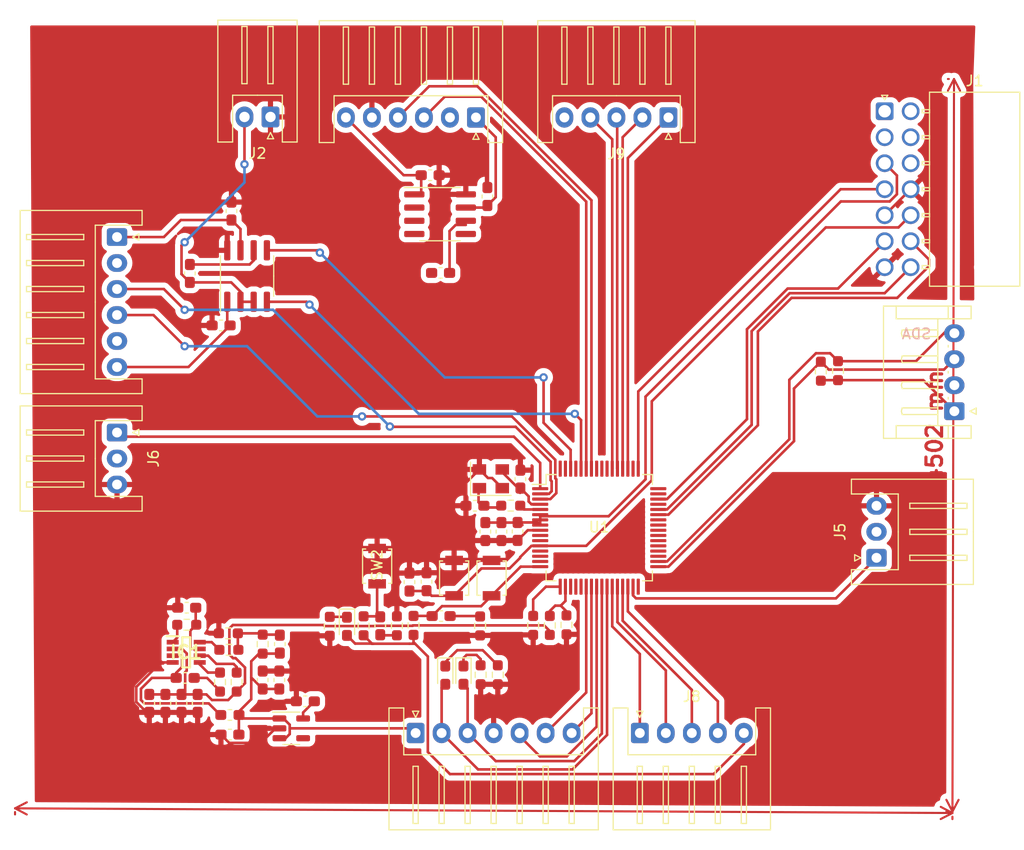
<source format=kicad_pcb>
(kicad_pcb (version 20221018) (generator pcbnew)
  (layers (0 "F.Cu" signal) (1 "In1.Cu" power) (2 "In2.Cu" signal) (31 "B.Cu" signal) (34 "B.Paste" user) (35 "F.Paste" user) (36 "B.SilkS" user "B.Silkscreen") (37 "F.SilkS" user "F.Silkscreen") (38 "B.Mask" user) (39 "F.Mask" user) (44 "Edge.Cuts" user))
  (net 0 "")
  (net 1 "GND")
  (net 2 "/STM32/Quartz 1")
  (net 3 "Net-(C2-Pad2)")
  (net 4 "NRST")
  (net 5 "+3.3V")
  (net 6 "Demarrage")
  (net 7 "Net-(C10-Pad2)")
  (net 8 "7.2V")
  (net 9 "Net-(C14-Pad1)")
  (net 10 "+5V")
  (net 11 "U1OUT1")
  (net 12 "U1OUT2")
  (net 13 "U2OUT1")
  (net 14 "U2OUT2")
  (net 15 "User")
  (net 16 "Net-(C26-Pad2)")
  (net 17 "Rx UART LID")
  (net 18 "Tx UART LID")
  (net 19 "SCL ACC")
  (net 20 "SDA ACC")
  (net 21 "SWDIO")
  (net 22 "SWCLK")
  (net 23 "UART2_RX")
  (net 24 "UART2_TX")
  (net 25 "Int Acc")
  (net 26 "I2A Ad Sel")
  (net 27 "M_SCTR")
  (net 28 "DEV_EN")
  (net 29 "M_EN")
  (net 30 "OUT_IR1")
  (net 31 "OUT_IR2")
  (net 32 "Buzzer_In")
  (net 33 "OUT_Contact4")
  (net 34 "OUT_Contact3")
  (net 35 "OUT_Contact2")
  (net 36 "OUT_Contact1")
  (net 37 "OUT_Contact8")
  (net 38 "OUT_Contact7")
  (net 39 "OUT_Contact6")
  (net 40 "OUT_Contact5")
  (net 41 "ENCODER1")
  (net 42 "ENCODER2")
  (net 43 "ENCODER3")
  (net 44 "ENCODER4")
  (net 45 "ADC1")
  (net 46 "ADC2")
  (net 47 "PWM4")
  (net 49 "PWM1")
  (net 50 "PWM2")
  (net 60 "PWM3")
  (net 79 "Lidar_M_SCTR")
  (net 80 "Lidar_Mot_EN")
  (net 81 "/STM32/Quartz 2")
  (net 83 "/Moteur/Vref Driver")
  (net 84 "Net-(IC1-VCC)")
  (net 85 "Net-(IC1-SW)")
  (net 86 "Net-(C17-Pad1)")
  (net 87 "Net-(D1-K)")
  (net 88 "Net-(D2-K)")
  (net 89 "Net-(D3-K)")
  (net 90 "Net-(IC1-PG)")
  (net 91 "Net-(IC1-BST)")
  (net 92 "Net-(IC1-EN{slash}SYNC)")
  (net 93 "Net-(IC1-FB)")
  (footprint "Resistor_SMD:R_0603_1608Metric_Pad0.98x0.95mm_HandSolder" (layer "F.Cu") (at 100.75 111.2)
    (fp_text reference "R8" hide)
    (fp_text value "16k" hide)
  )
  (footprint "Resistor_SMD:R_0603_1608Metric_Pad0.98x0.95mm_HandSolder" (layer "F.Cu") (at 157.65 84.4 -90)
    (fp_text reference "R13" hide)
    (fp_text value "1000" hide)
  )
  (footprint "Capacitor_SMD:C_0603_1608Metric_Pad1.08x0.95mm_HandSolder" (layer "F.Cu") (at 126.95 99.825 90)
    (fp_text reference "C6" hide)
    (fp_text value "4,7 µF" hide)
  )
  (footprint "Resistor_SMD:R_0603_1608Metric_Pad0.98x0.95mm_HandSolder" (layer "F.Cu") (at 159.3 84.35 -90)
    (fp_text reference "R14" hide)
    (fp_text value "1000" hide)
  )
  (footprint "Capacitor_SMD:C_0603_1608Metric_Pad1.08x0.95mm_HandSolder" (layer "F.Cu") (at 108.1 116.15 180)
    (fp_text reference "C19" hide)
    (fp_text value "1uF/10V" hide)
  )
  (footprint "Capacitor_SMD:C_0603_1608Metric_Pad1.08x0.95mm_HandSolder" (layer "F.Cu") (at 125.6 67.6 90)
    (fp_text reference "C22" hide)
    (fp_text value "1µf" hide)
  )
  (footprint "Package_TO_SOT_SMD:SOT-23-5" (layer "F.Cu") (at 106.75 118.75)
    (fp_text reference "U2" hide)
    (fp_text value "MIC5317-3.3xM5" hide)
  )
  (footprint "Resistor_SMD:R_0603_1608Metric_Pad0.98x0.95mm_HandSolder" (layer "F.Cu") (at 100.7 109.6125 180)
    (fp_text reference "R9" hide)
    (fp_text value "7.68k" hide)
  )
  (footprint "Connector_JST:JST_XH_S2B-XH-A_1x02_P2.50mm_Horizontal" (layer "F.Cu") (at 104.75 59.95 180)
    (fp_text reference "J2")
    (fp_text value "Conn_01x02")
  )
  (footprint "Capacitor_SMD:C_0603_1608Metric_Pad1.08x0.95mm_HandSolder" (layer "F.Cu") (at 121.15 107.95)
    (fp_text reference "C10" hide)
    (fp_text value "100nF" hide)
  )
  (footprint "Connector_JST:JST_EH_S4B-EH_1x04_P2.50mm_Horizontal" (layer "F.Cu") (at 170.4825 88.25 90)
    (fp_text reference "J4" hide)
    (fp_text value "Conn_01x04")
  )
  (footprint "Connector_Molex:Molex_Nano-Fit_105314-xx14_2x07_P2.50mm_Horizontal" (layer "F.Cu") (at 163.785 59.4)
    (fp_text reference "J1")
    (fp_text value "Conn_02x07_Odd_Even" hide)
  )
  (footprint "Button_Switch_SMD:SW_SPST_B3U-1000P" (layer "F.Cu") (at 122.4 104.3 90)
    (fp_text reference "SW3" hide)
    (fp_text value "SW_Omron_B3FS" hide)
  )
  (footprint "Capacitor_SMD:C_0603_1608Metric_Pad1.08x0.95mm_HandSolder" (layer "F.Cu") (at 121.1 74.95)
    (fp_text reference "C27" hide)
    (fp_text value "100n" hide)
  )
  (footprint "Capacitor_SMD:C_0603_1608Metric_Pad1.08x0.95mm_HandSolder" (layer "F.Cu") (at 93.1 116.35 90)
    (fp_text reference "C23" hide)
    (fp_text value "1µf" hide)
  )
  (footprint "Capacitor_SMD:C_0603_1608Metric_Pad1.08x0.95mm_HandSolder" (layer "F.Cu") (at 96.2 116.35 -90)
    (fp_text reference "C11" hide)
    (fp_text value "22uF" hide)
  )
  (footprint "Capacitor_SMD:C_0603_1608Metric_Pad1.08x0.95mm_HandSolder" (layer "F.Cu") (at 101 69 90)
    (fp_text reference "C25" hide)
    (fp_text value "1µf" hide)
  )
  (footprint "Resistor_SMD:R_0603_1608Metric_Pad0.98x0.95mm_HandSolder" (layer "F.Cu") (at 104 110.65 -90)
    (fp_text reference "R10" hide)
    (fp_text value "40.2k" hide)
  )
  (footprint "LED_SMD:LED_0603_1608Metric_Pad1.05x0.95mm_HandSolder" (layer "F.Cu") (at 123.3 113.63125 -90)
    (fp_text reference "D2" hide)
    (fp_text value "LED_Small" hide)
  )
  (footprint "Resistor_SMD:R_0603_1608Metric_Pad0.98x0.95mm_HandSolder" (layer "F.Cu") (at 99.9 114.3 90)
    (fp_text reference "R7" hide)
    (fp_text value "20" hide)
  )
  (footprint "Resistor_SMD:R_0603_1608Metric_Pad0.98x0.95mm_HandSolder" (layer "F.Cu") (at 118.5 108.85 90)
    (fp_text reference "R4" hide)
    (fp_text value "4.7K" hide)
  )
  (footprint "Resistor_SMD:R_0603_1608Metric_Pad0.98x0.95mm_HandSolder" (layer "F.Cu") (at 124.95 113.6 -90)
    (fp_text reference "R11" hide)
    (fp_text value "1000" hide)
  )
  (footprint "Connector_JST:JST_XH_S7B-XH-A_1x07_P2.50mm_Horizontal" (layer "F.Cu") (at 118.7 119.2)
    (fp_text reference "J12" hide)
    (fp_text value "Conn_01x07")
  )
  (footprint "Resistor_SMD:R_0603_1608Metric_Pad0.98x0.95mm_HandSolder" (layer "F.Cu") (at 130 108.85 -90)
    (fp_text reference "R15" hide)
    (fp_text value "0.5" hide)
  )
  (footprint "Capacitor_SMD:C_0603_1608Metric_Pad1.08x0.95mm_HandSolder" (layer "F.Cu") (at 128.5 99.8125 90)
    (fp_text reference "C5" hide)
    (fp_text value "100 nF" hide)
  )
  (footprint "Resistor_SMD:R_0603_1608Metric_Pad0.98x0.95mm_HandSolder" (layer "F.Cu") (at 127.84 97.33 180)
    (fp_text reference "R1" hide)
    (fp_text value "10R" hide)
  )
  (footprint "Connector_JST:JST_XH_S5B-XH-A_1x05_P2.50mm_Horizontal" (layer "F.Cu") (at 143 60 180)
    (fp_text reference "J9")
    (fp_text value "Conn_01x05")
  )
  (footprint "Capacitor_SMD:C_0603_1608Metric_Pad1.08x0.95mm_HandSolder" (layer "F.Cu") (at 128.77 94.78 -90)
    (fp_text reference "C1" hide)
    (fp_text value "10pF" hide)
  )
  (footprint "Resistor_SMD:R_0603_1608Metric_Pad0.98x0.95mm_HandSolder" (layer "F.Cu") (at 110.45 108.9375 -90)
    (fp_text reference "R2" hide)
    (fp_text value "1k" hide)
  )
  (footprint "Resistor_SMD:R_0603_1608Metric_Pad0.98x0.95mm_HandSolder" (layer "F.Cu") (at 96.7 108.7875 180)
    (fp_text reference "R6" hide)
    (fp_text value "100k" hide)
  )
  (footprint "Capacitor_SMD:C_0603_1608Metric_Pad1.08x0.95mm_HandSolder" (layer "F.Cu") (at 105.65 110.65 -90)
    (fp_text reference "C17" hide)
    (fp_text value "15pF" hide)
  )
  (footprint "Button_Switch_SMD:SW_SPST_B3U-1000P" (layer "F.Cu") (at 115 103.15 -90)
    (fp_text reference "SW2")
    (fp_text value "SW_Omron_B3FS" hide)
  )
  (footprint "Connector_JST:JST_XH_S6B-XH-A_1x06_P2.50mm_Horizontal" (layer "F.Cu") (at 90 71.5 -90)
    (fp_text reference "J11" hide)
    (fp_text value "Conn_01x06")
  )
  (footprint "Resistor_SMD:R_0603_1608Metric_Pad0.98x0.95mm_HandSolder" (layer "F.Cu") (at 133.2 108.8 -90)
    (fp_text reference "R20" hide)
    (fp_text value "0.5" hide)
  )
  (footprint "Capacitor_SMD:C_0603_1608Metric_Pad1.08x0.95mm_HandSolder" (layer "F.Cu") (at 96.55 113.9 180)
    (fp_text reference "C14" hide)
    (fp_text value "0.1uF" hide)
  )
  (footprint "LED_SMD:LED_0603_1608Metric_Pad1.05x0.95mm_HandSolder" (layer "F.Cu") (at 121.55 113.6375 -90)
    (fp_text reference "D3" hide)
    (fp_text value "LED_Small" hide)
  )
  (footprint "Resistor_SMD:R_0603_1608Metric_Pad0.98x0.95mm_HandSolder" (layer "F.Cu") (at 113.7 108.8875 90)
    (fp_text reference "R19" hide)
    (fp_text value "4.7K" hide)
  )
  (footprint "Capacitor_SMD:C_0603_1608Metric_Pad1.08x0.95mm_HandSolder" (layer "F.Cu") (at 119.75 104.65 -90)
    (fp_text reference "C3" hide)
    (fp_text value "1 µF" hide)
  )
  (footprint "Capacitor_SMD:C_0603_1608Metric_Pad1.08x0.95mm_HandSolder" (layer "F.Cu") (at 125.4 99.825 90)
    (fp_text reference "C4" hide)
    (fp_text value "100 nF" hide)
  )
  (footprint "Connector_JST:JST_XH_S5B-XH-A_1x05_P2.50mm_Horizontal" (layer "F.Cu") (at 140.25 119.2)
    (fp_text reference "J8")
    (fp_text value "Conn_01x05")
  )
  (footprint "Resistor_SMD:R_0603_1608Metric_Pad0.98x0.95mm_HandSolder" (layer "F.Cu") (at 126.6 113.6 -90)
    (fp_text reference "R12" hide)
    (fp_text value "1000" hide)
  )
  (footprint "Capacitor_SMD:C_0603_1608Metric_Pad1.08x0.95mm_HandSolder" (layer "F.Cu") (at 100.85 119.35 180)
    (fp_text reference "C18" hide)
    (fp_text value "1uF/10V" hide)
  )
  (footprint "Capacitor_SMD:C_0603_1608Metric_Pad1.08x0.95mm_HandSolder" (layer "F.Cu") (at 100 80)
    (fp_text reference "C24" hide)
    (fp_text value "1µf" hide)
  )
  (footprint "Capacitor_SMD:C_0603_1608Metric_Pad1.08x0.95mm_HandSolder" (layer "F.Cu") (at 94.65 116.35 90)
    (fp_text reference "C20" hide)
    (fp_text value "1µf" hide)
  )
  (footprint "Package_SO:SOIC-8_3.9x4.9mm_P1.27mm" (layer "F.Cu") (at 102.5 75.25 90)
    (fp_text reference "U4" hide)
    (fp_text value "ZXBM5210-S" hide)
  )
  (footprint "Crystal:Crystal_SMD_EuroQuartz_MT-4Pin_3.2x2.5mm" (layer "F.Cu") (at 125.93 94.75)
    (fp_text reference "Y1" hide)
    (fp_text value "16MHz" hide)
  )
  (footprint "Capacitor_SMD:C_0603_1608Metric_Pad1.08x0.95mm_HandSolder" (layer "F.Cu") (at 105.6 114.1 90)
    (fp_text reference "C16" hide)
    (fp_text value "22uF" hide)
  )
  (footprint "Connector_JST:JST_XH_S3B-XH-A_1x03_P2.50mm_Horizontal" (layer "F.Cu") (at 90 90.3 -90)
    (fp_text reference "J6")
    (fp_text value "Conn_01x03")
  )
  (footprint "Capacitor_SMD:C_0603_1608Metric_Pad1.08x0.95mm_HandSolder" (layer "F.Cu") (at 120.1 65.55 180)
    (fp_text reference "C21" hide)
    (fp_text value "1µf" hide)
  )
  (footprint "Resistor_SMD:R_0603_1608Metric_Pad0.98x0.95mm_HandSolder" (layer "F.Cu") (at 124.9 108.9 -90)
    (fp_text reference "R3" hide)
    (fp_text value "100" hide)
  )
  (footprint "Capacitor_SMD:C_0603_1608Metric_Pad1.08x0.95mm_HandSolder" (layer "F.Cu") (at 118.11 104.68 -90)
    (fp_text reference "C9" hide)
    (fp_text value "100nF" hide)
  )
  (footprint "Capacitor_SMD:C_0603_1608Metric_Pad1.08x0.95mm_HandSolder" (layer "F.Cu") (at 115.3 108.8875 -90)
    (fp_text reference "C26" hide)
    (fp_text value "100nF" hide)
  )
  (footprint "LED_SMD:LED_0603_1608Metric_Pad1.05x0.95mm_HandSolder" (layer "F.Cu") (at 112.1 108.9375 -90)
    (fp_text reference "D1" hide)
    (fp_text value "GREEN" hide)
  )
  (footprint "Capacitor_SMD:C_0603_1608Metric_Pad1.08x0.95mm_HandSolder" (layer "F.Cu") (at 96.7 107.15 180)
    (fp_text reference "C13" hide)
    (fp_text value "0.1uF" hide)
  )
  (footprint "Capacitor_SMD:C_0603_1608Metric_Pad1.08x0.95mm_HandSolder" (layer "F.Cu") (at 104 114.1 90)
    (fp_text reference "C15" hide)
    (fp_text value "22uF" hide)
  )
  (footprint "Capacitor_SMD:C_0603_1608Metric_Pad1.08x0.95mm_HandSolder" (layer "F.Cu") (at 97 75 90)
    (fp_text reference "C28" hide)
    (fp_text value "100n" hide)
  )
  (footprint "Resistor_SMD:R_0603_1608Metric_Pad0.98x0.95mm_HandSolder" (layer "F.Cu") (at 116.9 108.8875 90)
    (fp_text reference "R18" hide)
    (fp_text value "100" hide)
  )
  (footprint "Resistor_SMD:R_0603_1608Metric_Pad0.98x0.95mm_HandSolder" (layer "F.Cu") (at 131.6 108.85 90)
    (fp_text reference "R16" hide)
    (fp_text value "0.5" hide)
  )
  (footprint "Connector_JST:JST_XH_S3B-XH-A_1x03_P2.50mm_Horizontal" (layer "F.Cu") (at 163 102.35 90)
    (fp_text reference "J5")
    (fp_text value "Conn_01x03")
  )
  (footprint "Inductor_SMD:L_0603_1608Metric_Pad1.05x0.95mm_HandSolder" (layer "F.Cu") (at 100.85 117.4625)
    (fp_text reference "L2" hide)
    (fp_text value "4.7uH" hide)
  )
  (footprint "Package_SO:SOIC-8_3.9x4.9mm_P1.27mm" (layer "F.Cu") (at 121.05 69.3)
    (fp_text reference "U3" hide)
    (fp_text value "ZXBM5210-S" hide)
  )
  (footprint "Capacitor_SMD:C_0603_1608Metric_Pad1.08x0.95mm_HandSolder" (layer "F.Cu") (at 124.4 97.34)
    (fp_text reference "C2" hide)
    (fp_text value "10pF" hide)
  )
  (footprint "KiCad:SOT65P280X100-8N" (layer "F.Cu") (at 96.65 111.4375)
    (fp_text reference "IC1")
    (fp_text value "MP1475" hide)
  )
  (footprint "Connector_JST:JST_XH_S6B-XH-A_1x06_P2.50mm_Horizontal" (layer "F.Cu") (at 124.5 60 180)
    (fp_text reference "J10" hide)
    (fp_text value "Conn_01x06")
  )
  (footprint "Capacitor_SMD:C_0603_1608Metric_Pad1.08x0.95mm_HandSolder" (layer "F.Cu") (at 97.75 116.35 -90)
    (fp_text reference "C12" hide)
    (fp_text value "22uF" hide)
  )
  (footprint "Package_QFP:LQFP-64_10x10mm_P0.5mm" (layer "F.Cu") (at 136.35 99.45)
    (fp_text reference "U1")
    (fp_text value "STM32G070RBTx" hide)
  )
  (footprint "Resistor_SMD:R_0603_1608Metric_Pad0.98x0.95mm_HandSolder" (layer "F.Cu") (at 101.5 114.3 90)
    (fp_text reference "R5" hide)
    (fp_text value "1OOk" hide)
  )
  (footprint "Button_Switch_SMD:SW_SPST_B3U-1000P" (layer "F.Cu") (at 126 104.3 -90)
    (fp_text reference "SW1" hide)
    (fp_text value "SW_DIP_x01" hide)
  )
  (gr_text "SDA" (at 168.35 81.4) (layer "B.SilkS") (effects (font (size 1 1)) (justify left bottom mirror)))
  (dimension (type aligned) (layer "F.Cu") (pts (xy 170.3 126.75) (xy 170.45 56.3)) (height 0) (gr_text "70,4502 mm" (at 168.575004 91.521168 89.87800775) (layer "F.Cu") (effects (font (size 1.5 1.5) (thickness 0.3)))) (format (prefix "") (suffix "") (units 3) (units_format 1) (precision 4)) (style (thickness 0.2) (arrow_length 1.27) (text_position_mode 0) (extension_height 0.58642) (extension_offset 0.5) keep_text_aligned))
  (dimension (type aligned) (layer "F.Cu") (pts (xy 80.2 126.3) (xy 170.3 126.75)) (height 0.142339) (gr_text "90,1011 mm" (at 125.258279 124.867359 359.7138414) (layer "F.Cu") (effects (font (size 1.5 1.5) (thickness 0.3)))) (format (prefix "") (suffix "") (units 3) (units_format 1) (precision 4)) (style (thickness 0.2) (arrow_length 1.27) (text_position_mode 0) (extension_height 0.58642) (extension_offset 0.5) keep_text_aligned))
  (segment (start 123.5375 95.1425) (end 124.83 93.85) (width 0.25) (layer "F.Cu") (net 1))
  (segment (start 125.655 94.675) (end 126.055 94.675) (width 0.25) (layer "F.Cu") (net 1))
  (segment (start 105.6125 118.75) (end 105.228249 118.75) (width 0.25) (layer "F.Cu") (net 1))
  (segment (start 121.28 65.55) (end 120.9625 65.55) (width 0.25) (layer "F.Cu") (net 1))
  (segment (start 124.83 93.85) (end 125.655 94.675) (width 0.25) (layer "F.Cu") (net 1))
  (segment (start 91.85 116.206891) (end 91.85 114.763604) (width 0.25) (layer "F.Cu") (net 1))
  (segment (start 94.201104 112.4125) (end 95.35 112.4125) (width 0.25) (layer "F.Cu") (net 1))
  (segment (start 123.5375 97.34) (end 123.5375 95.1425) (width 0.25) (layer "F.Cu") (net 1))
  (segment (start 97.75 117.2125) (end 97.85 117.2125) (width 0.25) (layer "F.Cu") (net 1))
  (segment (start 129.475 99.7) (end 128.5 100.675) (width 0.25) (layer "F.Cu") (net 1))
  (segment (start 100.7875 120.15) (end 99.9875 119.35) (width 0.25) (layer "F.Cu") (net 1))
  (segment (start 126.055 94.675) (end 127.03 95.65) (width 0.25) (layer "F.Cu") (net 1))
  (segment (start 105.228249 118.75) (end 103.828249 120.15) (width 0.25) (layer "F.Cu") (net 1))
  (segment (start 93.1 117.2125) (end 92.855609 117.2125) (width 0.25) (layer "F.Cu") (net 1))
  (segment (start 92.855609 117.2125) (end 91.85 116.206891) (width 0.25) (layer "F.Cu") (net 1))
  (segment (start 91.85 114.763604) (end 94.201104 112.4125) (width 0.25) (layer "F.Cu") (net 1))
  (segment (start 163.785 69.4) (end 166.285 66.9) (width 0.25) (layer "F.Cu") (net 1))
  (segment (start 103.828249 120.15) (end 100.7875 120.15) (width 0.25) (layer "F.Cu") (net 1))
  (segment (start 130.675 99.7) (end 129.475 99.7) (width 0.25) (layer "F.Cu") (net 1))
  (segment (start 129.565 96.930685) (end 129.565 96.4375) (width 0.25) (layer "F.Cu") (net 2))
  (segment (start 128.74 96.105685) (end 128.74 95.89) (width 0.25) (layer "F.Cu") (net 2))
  (segment (start 129.565 96.4375) (end 128.77 95.6425) (width 0.25) (layer "F.Cu") (net 2))
  (segment (start 130.675 97.2) (end 129.834315 97.2) (width 0.25) (layer "F.Cu") (net 2))
  (segment (start 128.74 95.83) (end 126.95 94.04) (width 0.25) (layer "F.Cu") (net 2))
  (segment (start 129.834315 97.2) (end 129.565 96.930685) (width 0.25) (layer "F.Cu") (net 2))
  (segment (start 128.74 95.89) (end 128.74 95.83) (width 0.25) (layer "F.Cu") (net 2))
  (segment (start 125.2525 97.51) (end 125.2425 97.5) (width 0.25) (layer "F.Cu") (net 3))
  (segment (start 126.9175 97.51) (end 125.2525 97.51) (width 0.25) (layer "F.Cu") (net 3))
  (segment (start 124.75 97.0075) (end 125.2425 97.5) (width 0.25) (layer "F.Cu") (net 3))
  (segment (start 124.75 95.84) (end 124.75 97.0075) (width 0.25) (layer "F.Cu") (net 3))
  (segment (start 141.4 87.3) (end 141.4 94.9) (width 0.25) (layer "F.Cu") (net 4))
  (segment (start 120.2375 106) (end 119.75 105.5125) (width 0.25) (layer "F.Cu") (net 4))
  (segment (start 118.11 105.5425) (end 119.72 105.5425) (width 0.25) (layer "F.Cu") (net 4))
  (segment (start 127.725 103.375) (end 125.025 103.375) (width 0.25) (layer "F.Cu") (net 4))
  (segment (start 135.1 101.2) (end 130.675 101.2) (width 0.25) (layer "F.Cu") (net 4))
  (segment (start 166.285 69.4) (end 165.11 70.575) (width 0.25) (layer "F.Cu") (net 4))
  (segment (start 128.75 102.284314) (end 128.75 102.35) (width 0.25) (layer "F.Cu") (net 4))
  (segment (start 130.675 101.2) (end 129.834314 101.2) (width 0.25) (layer "F.Cu") (net 4))
  (segment (start 119.72 105.5425) (end 119.75 105.5125) (width 0.25) (layer "F.Cu") (net 4))
  (segment (start 129.834314 101.2) (end 128.75 102.284314) (width 0.25) (layer "F.Cu") (net 4))
  (segment (start 125.025 103.375) (end 122.4 106) (width 0.25) (layer "F.Cu") (net 4))
  (segment (start 122.4 106) (end 120.2375 106) (width 0.25) (layer "F.Cu") (net 4))
  (segment (start 165.11 70.575) (end 158.125 70.575) (width 0.25) (layer "F.Cu") (net 4))
  (segment (start 128.75 102.35) (end 127.725 103.375) (width 0.25) (layer "F.Cu") (net 4))
  (segment (start 158.125 70.575) (end 141.4 87.3) (width 0.25) (layer "F.Cu") (net 4))
  (segment (start 141.4 94.9) (end 135.1 101.2) (width 0.25) (layer "F.Cu") (net 4))
  (segment (start 130.675 99.2) (end 130.675 98.7) (width 0.25) (layer "F.Cu") (net 5))
  (segment (start 122 123.15) (end 119.875 121.025) (width 0.25) (layer "F.Cu") (net 5))
  (segment (start 118.5 110.4625) (end 118.65 110.6125) (width 0.25) (layer "F.Cu") (net 5))
  (segment (start 130.425 98.95) (end 130.675 99.2) (width 0.25) (layer "F.Cu") (net 5))
  (segment (start 128.9625 99.2) (end 128.7425 98.98) (width 0.25) (layer "F.Cu") (net 5))
  (segment (start 140.8 94.8) (end 137.25 98.35) (width 0.25) (layer "F.Cu") (net 5))
  (segment (start 125.4 98.9625) (end 126.95 98.9625) (width 0.25) (layer "F.Cu") (net 5))
  (segment (start 163.785 64.4) (end 163.85 64.4) (width 0.25) (layer "F.Cu") (net 5))
  (segment (start 137.25 98.35) (end 130.675 98.35) (width 0.25) (layer "F.Cu") (net 5))
  (segment (start 147.35 123.15) (end 122 123.15) (width 0.25) (layer "F.Cu") (net 5))
  (segment (start 140.8 86.85) (end 140.8 94.8) (width 0.25) (layer "F.Cu") (net 5))
  (segment (start 107.8875 117.8) (end 107.8875 117.225) (width 0.25) (layer "F.Cu") (net 5))
  (segment (start 130.675 98.7) (end 130.675 98.35) (width 0.25) (layer "F.Cu") (net 5))
  (segment (start 114.5125 110.6125) (end 114.65 110.6125) (width 0.25) (layer "F.Cu") (net 5))
  (segment (start 150.25 120.25) (end 147.35 123.15) (width 0.25) (layer "F.Cu") (net 5))
  (segment (start 163.785 64.4) (end 164.96 65.575) (width 0.25) (layer "F.Cu") (net 5))
  (segment (start 159.3 85.2625) (end 157.7 85.2625) (width 0.25) (layer "F.Cu") (net 5))
  (segment (start 157.7 85.2625) (end 157.65 85.3125) (width 0.25) (layer "F.Cu") (net 5))
  (segment (start 128.5 98.95) (end 130.425 98.95) (width 0.25) (layer "F.Cu") (net 5))
  (segment (start 128.6225 99.1) (end 128.7425 98.98) (width 0.25) (layer "F.Cu") (net 5))
  (segment (start 114.65 110.6125) (end 118.1 110.6125) (width 0.25) (layer "F.Cu") (net 5))
  (segment (start 130.675 98.35) (end 130.675 98.2) (width 0.25) (layer "F.Cu") (net 5))
  (segment (start 164.271701 68.075) (end 159.575 68.075) (width 0.25) (layer "F.Cu") (net 5))
  (segment (start 163.85 64.4) (end 163.95 64.3) (width 0.25) (layer "F.Cu") (net 5))
  (segment (start 164.96 65.575) (end 164.96 67.386701) (width 0.25) (layer "F.Cu") (net 5))
  (segment (start 164.96 67.386701) (end 164.271701 68.075) (width 0.25) (layer "F.Cu") (net 5))
  (segment (start 107.8875 117.225) (end 108.9625 116.15) (width 0.25) (layer "F.Cu") (net 5))
  (segment (start 167.495 85.2625) (end 170.4825 88.25) (width 0.25) (layer "F.Cu") (net 5))
  (segment (start 119.875 111.8375) (end 118.65 110.6125) (width 0.25) (layer "F.Cu") (net 5))
  (segment (start 118.5 109.7625) (end 118.5 110.4625) (width 0.25) (layer "F.Cu") (net 5))
  (segment (start 159.3 85.2625) (end 167.495 85.2625) (width 0.25) (layer "F.Cu") (net 5))
  (segment (start 119.875 121.025) (end 119.875 111.8375) (width 0.25) (layer "F.Cu") (net 5))
  (segment (start 150.25 119.2) (end 150.25 120.25) (width 0.25) (layer "F.Cu") (net 5))
  (segment (start 113.7 109.8) (end 114.5125 110.6125) (width 0.25) (layer "F.Cu") (net 5))
  (segment (start 128.4875 98.9625) (end 128.5 98.95) (width 0.25) (layer "F.Cu") (net 5))
  (segment (start 126.95 98.9625) (end 128.4875 98.9625) (width 0.25) (layer "F.Cu") (net 5))
  (segment (start 114.5 110.6) (end 114.5125 110.6125) (width 0.25) (layer "F.Cu") (net 5))
  (segment (start 118.1 110.6125) (end 118.65 110.6125) (width 0.25) (layer "F.Cu") (net 5))
  (segment (start 159.575 68.075) (end 140.8 86.85) (width 0.25) (layer "F.Cu") (net 5))
  (segment (start 112.8875 110.6) (end 114.5 110.6) (width 0.25) (layer "F.Cu") (net 5))
  (segment (start 112.1 109.8125) (end 112.8875 110.6) (width 0.25) (layer "F.Cu") (net 5))
  (segment (start 121.2375 107) (end 120.2875 107.95) (width 0.25) (layer "F.Cu") (net 6))
  (segment (start 118.5 107.9375) (end 120.275 107.9375) (width 0.25) (layer "F.Cu") (net 6))
  (segment (start 120.275 107.9375) (end 120.2875 107.95) (width 0.25) (layer "F.Cu") (net 6))
  (segment (start 125 107) (end 121.2375 107) (width 0.25) (layer "F.Cu") (net 6))
  (segment (start 128.8 103.2) (end 126 106) (width 0.25) (layer "F.Cu") (net 6))
  (segment (start 126 106) (end 125 107) (width 0.25) (layer "F.Cu") (net 6))
  (segment (start 130.675 103.2) (end 128.8 103.2) (width 0.25) (layer "F.Cu") (net 6))
  (segment (start 122.0125 107.95) (end 124.8625 107.95) (width 0.25) (layer "F.Cu") (net 7))
  (segment (start 124.8625 107.95) (end 124.9 107.9875) (width 0.25) (layer "F.Cu") (net 7))
  (segment (start 96.2 115.4875) (end 97.75 115.4875) (width 0.25) (layer "F.Cu") (net 8))
  (segment (start 101.4 112) (end 102.3 112.9) (width 0.25) (layer "F.Cu") (net 8))
  (segment (start 100.9775 75.8625) (end 97 75.8625) (width 0.25) (layer "F.Cu") (net 8))
  (segment (start 96.2 75.0625) (end 96.2 72.3) (width 0.25) (layer "F.Cu") (net 8))
  (segment (start 97 75.8625) (end 96.2 75.0625) (width 0.25) (layer "F.Cu") (net 8))
  (segment (start 101.865 77.725) (end 101.865 76.75) (width 0.25) (layer "F.Cu") (net 8))
  (segment (start 96.2625 111.1125) (end 96.7 111.55) (width 0.25) (layer "F.Cu") (net 8))
  (segment (start 97.75 115.4875) (end 98.5875 115.4875) (width 0.25) (layer "F.Cu") (net 8))
  (segment (start 98.5875 115.4875) (end 99.125 116.025) (width 0.25) (layer "F.Cu") (net 8))
  (segment (start 99.125 116.025) (end 100.6875 116.025) (width 0.25) (layer "F.Cu") (net 8))
  (segment (start 96.7 113.2) (end 96.55 113.35) (width 0.25) (layer "F.Cu") (net 8))
  (segment (start 100.6875 116.025) (end 101.5 115.2125) (width 0.25) (layer "F.Cu") (net 8))
  (segment (start 118.45 108.85) (end 118.4125 108.8875) (width 0.25) (layer "F.Cu") (net 8))
  (segment (start 96.2 72.3) (end 96.5 72) (width 0.25) (layer "F.Cu") (net 8))
  (segment (start 102.3 114.4125) (end 101.5 115.2125) (width 0.25) (layer "F.Cu") (net 8))
  (segment (start 94.65 115.4875) (end 96.2 115.4875) (width 0.25) (layer "F.Cu") (net 8))
  (segment (start 100.8 109.142005) (end 100.8 111.65) (width 0.25) (layer "F.Cu") (net 8))
  (segment (start 93.1 115.4875) (end 94.65 115.4875) (width 0.25) (layer "F.Cu") (net 8))
  (segment (start 114.804505 108.9125) (end 109.9625 108.9125) (width 0.25) (layer "F.Cu") (net 8))
  (segment (start 118.4125 108.8875) (end 114.829505 108.8875) (width 0.25) (layer "F.Cu") (net 8))
  (segment (start 101.15 112) (end 101.4 112) (width 0.25) (layer "F.Cu") (net 8))
  (segment (start 101.129505 108.8125) (end 100.8 109.142005) (width 0.25) (layer "F.Cu") (net 8))
  (segment (start 101.865 76.75) (end 100.9775 75.8625) (width 0.25) (layer "F.Cu") (net 8))
  (segment (start 131.6 109.7625) (end 131.6 109.4) (width 0.25) (layer "F.Cu") (net 8))
  (segment (start 109.9625 108.9125) (end 109.8625 108.8125) (width 0.25) (layer "F.Cu") (net 8))
  (segment (start 103.135 77.725) (end 101.865 77.725) (width 0.25) (layer "F.Cu") (net 8))
  (segment (start 131.05 108.85) (end 118.45 108.85) (width 0.25) (layer "F.Cu") (net 8))
  (segment (start 96.7 111.55) (end 96.7 113.2) (width 0.25) (layer "F.Cu") (net 8))
  (segment (start 109.8625 108.8125) (end 101.129505 108.8125) (width 0.25) (layer "F.Cu") (net 8))
  (segment (start 96.55 115.1375) (end 96.2 115.4875) (width 0.25) (layer "F.Cu") (net 8))
  (segment (start 100.8 111.65) (end 101.15 112) (width 0.25) (layer "F.Cu") (net 8))
  (segment (start 96.55 113.35) (end 96.55 115.1375) (width 0.25) (layer "F.Cu") (net 8))
  (segment (start 131.6 109.4) (end 131.05 108.85) (width 0.25) (layer "F.Cu") (net 8))
  (segment (start 95.35 111.1125) (end 96.2625 111.1125) (width 0.25) (layer "F.Cu") (net 8))
  (segment (start 114.829505 108.8875) (end 114.804505 108.9125) (width 0.25) (layer "F.Cu") (net 8))
  (segment (start 102.25 64.5) (end 102.25 59.95) (width 0.25) (layer "F.Cu") (net 8))
  (segment (start 102.3 112.9) (end 102.3 114.4125) (width 0.25) (layer "F.Cu") (net 8))
  (via (at 102.25 64.5) (size 0.8) (drill 0.4) (layers "F.Cu" "B.Cu") (net 8))
  (via (at 96.5 72) (size 0.8) (drill 0.4) (layers "F.Cu" "B.Cu") (net 8))
  (segment (start 102.25 66.25) (end 102.25 64.5) (width 0.25) (layer "B.Cu") (net 8))
  (segment (start 96.5 72) (end 102.25 66.25) (width 0.25) (layer "B.Cu") (net 8))
  (segment (start 98.65 113.9) (end 99.9 115.15) (width 0.25) (layer "F.Cu") (net 9))
  (segment (start 97.4125 113.9) (end 98.65 113.9) (width 0.25) (layer "F.Cu") (net 9))
  (segment (start 99.9 115.15) (end 99.9 115.2125) (width 0.25) (layer "F.Cu") (net 9))
  (segment (start 105.6125 117.8) (end 102.0625 117.8) (width 0.25) (layer "F.Cu") (net 10))
  (segment (start 105.6 111.5625) (end 105.65 111.5125) (width 0.25) (layer "F.Cu") (net 10))
  (segment (start 104 111.5625) (end 105.6 111.5625) (width 0.25) (layer "F.Cu") (net 10))
  (segment (start 104 111.5625) (end 103.642005 111.5625) (width 0.25) (layer "F.Cu") (net 10))
  (segment (start 101.7125 117.475) (end 101.725 117.4625) (width 0.25) (layer "F.Cu") (net 10))
  (segment (start 101.725 117.125) (end 102.9 115.95) (width 0.25) (layer "F.Cu") (net 10))
  (segment (start 101.725 117.4625) (end 101.725 117.125) (width 0.25) (layer "F.Cu") (net 10))
  (segment (start 102.9 112.304505) (end 102.9 113.8625) (width 0.25) (layer "F.Cu") (net 10))
  (segment (start 106.6 119.3) (end 106.2 119.7) (width 0.25) (layer "F.Cu") (net 10))
  (segment (start 102.0625 117.8) (end 101.725 117.4625) (width 0.25) (layer "F.Cu") (net 10))
  (segment (start 118.25 118.75) (end 118.7 119.2) (width 0.25) (layer "F.Cu") (net 10))
  (segment (start 106.6 118.403249) (end 106.6 118.75) (width 0.25) (layer "F.Cu") (net 10))
  (segment (start 101.7125 119.35) (end 101.7125 117.475) (width 0.25) (layer "F.Cu") (net 10))
  (segment (start 102.9 113.8625) (end 104 114.9625) (width 0.25) (layer "F.Cu") (net 10))
  (segment (start 106.6 118.75) (end 106.6 119.3) (width 0.25) (layer "F.Cu") (net 10))
  (segment (start 105.996751 117.8) (end 106.6 118.403249) (width 0.25) (layer "F.Cu") (net 10))
  (segment (start 103.642005 111.5625) (end 102.9 112.304505) (width 0.25) (layer "F.Cu") (net 10))
  (segment (start 106.2 119.7) (end 105.6125 119.7) (width 0.25) (layer "F.Cu") (net 10))
  (segment (start 105.6125 117.8) (end 105.996751 117.8) (width 0.25) (layer "F.Cu") (net 10))
  (segment (start 106.6 118.75) (end 118.25 118.75) (width 0.25) (layer "F.Cu") (net 10))
  (segment (start 102.9 115.95) (end 102.9 113.8625) (width 0.25) (layer "F.Cu") (net 10))
  (segment (start 104 114.9625) (end 105.6 114.9625) (width 0.25) (layer "F.Cu") (net 10))
  (segment (start 119.2375 67.1325) (end 119.2375 65.55) (width 0.25) (layer "F.Cu") (net 11))
  (segment (start 119.2375 65.55) (end 117.55 65.55) (width 0.25) (layer "F.Cu") (net 11))
  (segment (start 117.55 65.55) (end 112 60) (width 0.25) (layer "F.Cu") (net 11))
  (segment (start 126.4 67.6625) (end 126.4 61.9) (width 0.25) (layer "F.Cu") (net 12))
  (segment (start 125.3975 68.665) (end 125.6 68.4625) (width 0.25) (layer "F.Cu") (net 12))
  (segment (start 123.525 68.665) (end 125.3975 68.665) (width 0.25) (layer "F.Cu") (net 12))
  (segment (start 126.4 61.9) (end 124.5 60) (width 0.25) (layer "F.Cu") (net 12))
  (segment (start 125.6 68.4625) (end 126.4 67.6625) (width 0.25) (layer "F.Cu") (net 12))
  (segment (start 96.8625 84) (end 90 84) (width 0.25) (layer "F.Cu") (net 13))
  (segment (start 100.595 79.7325) (end 100.8625 80) (width 0.25) (layer "F.Cu") (net 13))
  (segment (start 100.8625 80) (end 96.8625 84) (width 0.25) (layer "F.Cu") (net 13))
  (segment (start 100.595 77.725) (end 100.595 79.7325) (width 0.25) (layer "F.Cu") (net 13))
  (segment (start 96.1375 69.8625) (end 94.5 71.5) (width 0.25) (layer "F.Cu") (net 14))
  (segment (start 94.5 71.5) (end 90 71.5) (width 0.25) (layer "F.Cu") (net 14))
  (segment (start 101.865 70.7275) (end 101 69.8625) (width 0.25) (layer "F.Cu") (net 14))
  (segment (start 101.865 72.775) (end 101.865 70.7275) (width 0.25) (layer "F.Cu") (net 14))
  (segment (start 101 69.8625) (end 96.1375 69.8625) (width 0.25) (layer "F.Cu") (net 14))
  (segment (start 115 104.85) (end 115 107.725) (width 0.25) (layer "F.Cu") (net 15))
  (segment (start 115.25 107.975) (end 115.3 108.025) (width 0.25) (layer "F.Cu") (net 15))
  (segment (start 115 107.725) (end 115.3 108.025) (width 0.25) (layer "F.Cu") (net 15))
  (segment (start 113.7 107.975) (end 115.25 107.975) (width 0.25) (layer "F.Cu") (net 15))
  (segment (start 116.9 109.8) (end 115.35 109.8) (width 0.25) (layer "F.Cu") (net 16))
  (segment (start 115.35 109.8) (end 115.3 109.75) (width 0.25) (layer "F.Cu") (net 16))
  (segment (start 123.7 114.90625) (end 123.3 114.50625) (width 0.25) (layer "F.Cu") (net 17))
  (segment (start 133.95 121.9) (end 136.6 119.25) (width 0.25) (layer "F.Cu") (net 17))
  (segment (start 126.4 121.9) (end 133.95 121.9) (width 0.25) (layer "F.Cu") (net 17))
  (segment (start 123.7 119.2) (end 126.4 121.9) (width 0.25) (layer "F.Cu") (net 17))
  (segment (start 123.7 119.2) (end 123.7 114.90625) (width 0.25) (layer "F.Cu") (net 17))
  (segment (start 136.6 119.25) (end 136.6 105.125) (width 0.25) (layer "F.Cu") (net 17))
  (segment (start 124.7 122.7) (end 121.2 119.2) (width 0.25) (layer "F.Cu") (net 18))
  (segment (start 133.786396 122.7) (end 124.7 122.7) (width 0.25) (layer "F.Cu") (net 18))
  (segment (start 121.2 114.8625) (end 121.2 119.2) (width 0.25) (layer "F.Cu") (net 18))
  (segment (start 137.1 119.386396) (end 133.786396 122.7) (width 0.25) (layer "F.Cu") (net 18))
  (segment (start 121.55 114.5125) (end 121.2 114.8625) (width 0.25) (layer "F.Cu") (net 18))
  (segment (start 137.1 105.125) (end 137.1 119.386396) (width 0.25) (layer "F.Cu") (net 18))
  (segment (start 143.002081 103.2) (end 142.025 103.2) (width 0.25) (layer "F.Cu") (net 19))
  (segment (start 157.65 83.4875) (end 155.070673 86.066827) (width 0.25) (layer "F.Cu") (net 19))
  (segment (start 155.070673 91.131408) (end 143.002081 103.2) (width 0.25) (layer "F.Cu") (net 19))
  (segment (start 169.4825 84.25) (end 170.4825 83.25) (width 0.25) (layer "F.Cu") (net 19))
  (segment (start 157.65 83.4875) (end 158.4125 84.25) (width 0.25) (layer "F.Cu") (net 19))
  (segment (start 158.4125 84.25) (end 169.4825 84.25) (width 0.25) (layer "F.Cu") (net 19))
  (segment (start 155.070673 86.066827) (end 155.070673 91.131408) (width 0.25) (layer "F.Cu") (net 19))
  (segment (start 157.65 83.4875) (end 157.85625 83.69375) (width 0.25) (layer "F.Cu") (net 19))
  (segment (start 154.620673 85.233832) (end 154.620673 90.945012) (width 0.25) (layer "F.Cu") (net 20))
  (segment (start 159.3 83.4375) (end 166.795 83.4375) (width 0.25) (layer "F.Cu") (net 20))
  (segment (start 157.179505 82.675) (end 154.620673 85.233832) (width 0.25) (layer "F.Cu") (net 20))
  (segment (start 158.5375 82.675) (end 157.179505 82.675) (width 0.25) (layer "F.Cu") (net 20))
  (segment (start 154.620673 90.945012) (end 142.865685 102.7) (width 0.25) (layer "F.Cu") (net 20))
  (segment (start 169.9825 80.25) (end 170.4825 80.75) (width 0.25) (layer "F.Cu") (net 20))
  (segment (start 142.865685 102.7) (end 142.025 102.7) (width 0.25) (layer "F.Cu") (net 20))
  (segment (start 166.795 83.4375) (end 169.9825 80.25) (width 0.25) (layer "F.Cu") (net 20))
  (segment (start 159.3 83.4375) (end 158.5375 82.675) (width 0.25) (layer "F.Cu") (net 20))
  (segment (start 140.1 86.35) (end 159.55 66.9) (width 0.25) (layer "F.Cu") (net 21))
  (segment (start 159.55 66.9) (end 163.785 66.9) (width 0.25) (layer "F.Cu") (net 21))
  (segment (start 140.1 93.775) (end 140.1 86.35) (width 0.25) (layer "F.Cu") (net 21))
  (segment (start 150.55 89.015685) (end 150.55 80.363604) (width 0.25) (layer "F.Cu") (net 22))
  (segment (start 142.865685 96.7) (end 150.55 89.015685) (width 0.25) (layer "F.Cu") (net 22))
  (segment (start 154.463604 76.45) (end 159.3 76.45) (width 0.25) (layer "F.Cu") (net 22))
  (segment (start 163.785 71.965) (end 163.785 71.9) (width 0.25) (layer "F.Cu") (net 22))
  (segment (start 142.025 96.7) (end 142.865685 96.7) (width 0.25) (layer "F.Cu") (net 22))
  (segment (start 159.3 76.45) (end 163.785 71.965) (width 0.25) (layer "F.Cu") (net 22))
  (segment (start 150.55 80.363604) (end 154.463604 76.45) (width 0.25) (layer "F.Cu") (net 22))
  (segment (start 143.002081 98.2) (end 151.6 89.602081) (width 0.25) (layer "F.Cu") (net 23))
  (segment (start 168.05 74.296701) (end 168.05 73.665) (width 0.25) (layer "F.Cu") (net 23))
  (segment (start 164.996701 77.35) (end 168.05 74.296701) (width 0.25) (layer "F.Cu") (net 23))
  (segment (start 151.6 89.602081) (end 151.6 80.586396) (width 0.25) (layer "F.Cu") (net 23))
  (segment (start 151.6 80.586396) (end 154.836396 77.35) (width 0.25) (layer "F.Cu") (net 23))
  (segment (start 142.025 98.2) (end 143.002081 98.2) (width 0.25) (layer "F.Cu") (net 23))
  (segment (start 168.05 73.665) (end 166.285 71.9) (width 0.25) (layer "F.Cu") (net 23))
  (segment (start 154.836396 77.35) (end 164.996701 77.35) (width 0.25) (layer "F.Cu") (net 23))
  (segment (start 142.865685 97.7) (end 151 89.565685) (width 0.25) (layer "F.Cu") (net 24))
  (segment (start 154.65 76.9) (end 163.785 76.9) (width 0.25) (layer "F.Cu") (net 24))
  (segment (start 151 89.565685) (end 151 80.55) (width 0.25) (layer "F.Cu") (net 24))
  (segment (start 151 80.55) (end 154.65 76.9) (width 0.25) (layer "F.Cu") (net 24))
  (segment (start 163.785 76.9) (end 166.285 74.4) (width 0.25) (layer "F.Cu") (net 24))
  (segment (start 142.025 97.7) (end 142.865685 97.7) (width 0.25) (layer "F.Cu") (net 24))
  (segment (start 128.7 119.5) (end 130.65 121.45) (width 0.25) (layer "F.Cu") (net 27))
  (segment (start 133.236701 121.45) (end 130.65 121.45) (width 0.25) (layer "F.Cu") (net 27))
  (segment (start 136.1 105.125) (end 136.1 118.586701) (width 0.25) (layer "F.Cu") (net 27))
  (segment (start 128.7 119.2) (end 128.7 119.5) (width 0.25) (layer "F.Cu") (net 27))
  (segment (start 136.1 118.586701) (end 133.236701 121.45) (width 0.25) (layer "F.Cu") (net 27))
  (segment (start 135.1 105.125) (end 135.1 115.3) (width 0.25) (layer "F.Cu") (net 28))
  (segment (start 135.1 115.3) (end 131.2 119.2) (width 0.25) (layer "F.Cu") (net 28))
  (segment (start 133.7 119.2) (end 135.6 117.3) (width 0.25) (layer "F.Cu") (net 29))
  (segment (start 135.6 117.3) (end 135.6 105.125) (width 0.25) (layer "F.Cu") (net 29))
  (segment (start 139.6 105.965685) (end 139.884315 106.25) (width 0.25) (layer "F.Cu") (net 30))
  (segment (start 139.884315 106.25) (end 159.1 106.25) (width 0.25) (layer "F.Cu") (net 30))
  (segment (start 159.1 106.25) (end 163 102.35) (width 0.25) (layer "F.Cu") (net 30))
  (segment (start 139.6 105.125) (end 139.6 105.965685) (width 0.25) (layer "F.Cu") (net 30))
  (segment (start 128.15 90.7) (end 90.4 90.7) (width 0.25) (layer "F.Cu") (net 31))
  (segment (start 130.675 93.225) (end 128.15 90.7) (width 0.25) (layer "F.Cu") (net 31))
  (segment (start 130.675 95.7) (end 130.675 93.225) (width 0.25) (layer "F.Cu") (net 31))
  (segment (start 130.075685 95.7) (end 130.675 95.7) (width 0.25) (layer "F.Cu") (net 31))
  (segment (start 90.4 90.7) (end 90 90.3) (width 0.25) (layer "F.Cu") (net 31))
  (segment (start 147.75 119.2) (end 147.75 116.15) (width 0.25) (layer "F.Cu") (net 33))
  (segment (start 139.1 107.5) (end 139.1 105.125) (width 0.25) (layer "F.Cu") (net 33))
  (segment (start 147.75 116.15) (end 139.1 107.5) (width 0.25) (layer "F.Cu") (net 33))
  (segment (start 138.6 108.4) (end 145.25 115.05) (width 0.25) (layer "F.Cu") (net 34))
  (segment (start 145.25 115.05) (end 145.25 119.2) (width 0.25) (layer "F.Cu") (net 34))
  (segment (start 138.6 105.125) (end 138.6 108.4) (width 0.25) (layer "F.Cu") (net 34))
  (segment (start 142.75 113.186396) (end 142.75 119.2) (width 0.25) (layer "F.Cu") (net 35))
  (segment (start 138.1 105.125) (end 138.1 108.536396) (width 0.25) (layer "F.Cu") (net 35))
  (segment (start 138.1 108.536396) (end 142.75 113.186396) (width 0.25) (layer "F.Cu") (net 35))
  (segment (start 137.6 108.95) (end 140.25 111.6) (width 0.25) (layer "F.Cu") (net 36))
  (segment (start 137.6 105.125) (end 137.6 108.95) (width 0.25) (layer "F.Cu") (net 36))
  (segment (start 140.25 111.6) (end 140.25 119.2) (width 0.25) (layer "F.Cu") (net 36))
  (segment (start 139.1 93.775) (end 139.1 63.9) (width 0.25) (layer "F.Cu") (net 37))
  (segment (start 139.1 63.9) (end 143 60) (width 0.25) (layer "F.Cu") (net 37))
  (segment (start 138.6 93.775) (end 138.6 61.9) (width 0.25) (layer "F.Cu") (net 38))
  (segment (start 138.6 61.9) (end 140.5 60) (width 0.25) (layer "F.Cu") (net 38))
  (segment (start 138.075 60.075) (end 138 60) (width 0.25) (layer "F.Cu") (net 39))
  (segment (start 138.075 93.75) (end 138.075 60.075) (width 0.25) (layer "F.Cu") (net 39))
  (segment (start 138.1 93.775) (end 138.075 93.75) (width 0.25) (layer "F.Cu") (net 39))
  (segment (start 137.6 93.775) (end 137.6 62.1) (width 0.25) (layer "F.Cu") (net 40))
  (segment (start 137.6 62.1) (end 135.5 60) (width 0.25) (layer "F.Cu") (net 40))
  (segment (start 135.1 68.1) (end 125 58) (width 0.25) (layer "F.Cu") (net 41))
  (segment (start 125 58) (end 121.5 58) (width 0.25) (layer "F.Cu") (net 41))
  (segment (start 121.5 58) (end 119.5 60) (width 0.25) (layer "F.Cu") (net 41))
  (segment (start 135.1 93.775) (end 135.1 68.1) (width 0.25) (layer "F.Cu") (net 41))
  (segment (start 124.636396 57) (end 120 57) (width 0.25) (layer "F.Cu") (net 42))
  (segment (start 135.6 93.775) (end 135.6 67.963604) (width 0.25) (layer "F.Cu") (net 42))
  (segment (start 135.6 67.963604) (end 124.636396 57) (width 0.25) (layer "F.Cu") (net 42))
  (segment (start 120 57) (end 117 60) (width 0.25) (layer "F.Cu") (net 42))
  (segment (start 96.5 78.5) (end 94.5 76.5) (width 0.25) (layer "F.Cu") (net 43))
  (segment (start 131.775 95.940686) (end 131.515686 96.2) (width 0.25) (layer "F.Cu") (net 43))
  (segment (start 116.25 89.75) (end 128.313604 89.75) (width 0.25) (layer "F.Cu") (net 43))
  (segment (start 131.515686 96.2) (end 130.675 96.2) (width 0.25) (layer "F.Cu") (net 43))
  (segment (start 131.675 93.111396) (end 131.675 94.886396) (width 0.25) (layer "F.Cu") (net 43))
  (segment (start 131.775 94.986396) (end 131.775 95.940686) (width 0.25) (layer "F.Cu") (net 43))
  (segment (start 131.675 94.886396) (end 131.775 94.986396) (width 0.25) (layer "F.Cu") (net 43))
  (segment (start 128.313604 89.75) (end 131.675 93.111396) (width 0.25) (layer "F.Cu") (net 43))
  (segment (start 94.5 76.5) (end 90 76.5) (width 0.25) (layer "F.Cu") (net 43))
  (segment (start 116.225 89.725) (end 116.25 89.75) (width 0.25) (layer "F.Cu") (net 43))
  (via (at 116.225 89.725) (size 0.8) (drill 0.4) (layers "F.Cu" "B.Cu") (net 43))
  (via (at 96.5 78.5) (size 0.8) (drill 0.4) (layers "F.Cu" "B.Cu") (net 43))
  (segment (start 105 78.5) (end 96.5 78.5) (width 0.25) (layer "B.Cu") (net 43))
  (segment (start 116.225 89.725) (end 105 78.5) (width 0.25) (layer "B.Cu") (net 43))
  (segment (start 132.225 94.8) (end 132.225 96.127082) (width 0.25) (layer "F.Cu") (net 44))
  (segment (start 127.95 88.75) (end 132.125 92.925) (width 0.25) (layer "F.Cu") (net 44))
  (segment (start 96.5 82) (end 93.5 79) (width 0.25) (layer "F.Cu") (net 44))
  (segment (start 132.225 96.127082) (end 131.652082 96.7) (width 0.25) (layer "F.Cu") (net 44))
  (segment (start 113.55 88.75) (end 127.95 88.75) (width 0.25) (layer "F.Cu") (net 44))
  (segment (start 132.125 92.925) (end 132.125 94.7) (width 0.25) (layer "F.Cu") (net 44))
  (segment (start 93.5 79) (end 90 79) (width 0.25) (layer "F.Cu") (net 44))
  (segment (start 132.125 94.7) (end 132.225 94.8) (width 0.25) (layer "F.Cu") (net 44))
  (segment (start 131.652082 96.7) (end 130.675 96.7) (width 0.25) (layer "F.Cu") (net 44))
  (via (at 113.55 88.75) (size 0.8) (drill 0.4) (layers "F.Cu" "B.Cu") (net 44))
  (via (at 96.5 82) (size 0.8) (drill 0.4) (layers "F.Cu" "B.Cu") (net 44))
  (segment (start 113.55 88.75) (end 109.25 88.75) (width 0.25) (layer "B.Cu") (net 44))
  (segment (start 102.5 82) (end 96.5 82) (width 0.25) (layer "B.Cu") (net 44))
  (segment (start 109.25 88.75) (end 102.5 82) (width 0.25) (layer "B.Cu") (net 44))
  (segment (start 130 106.35) (end 130 107.9375) (width 0.25) (layer "F.Cu") (net 45))
  (segment (start 131.225 105.125) (end 130 106.35) (width 0.25) (layer "F.Cu") (net 45))
  (segment (start 132.6 105.125) (end 131.225 105.125) (width 0.25) (layer "F.Cu") (net 45))
  (segment (start 133.1 106.5) (end 133.1 105.125) (width 0.25) (layer "F.Cu") (net 46))
  (segment (start 132.65 106.95) (end 133.1 106.5) (width 0.25) (layer "F.Cu") (net 46))
  (segment (start 133.2 107.8875) (end 133.2 107.5) (width 0.25) (layer "F.Cu") (net 46))
  (segment (start 133.2 107.5) (end 132.65 106.95) (width 0.25) (layer "F.Cu") (net 46))
  (segment (start 131.6 107.9375) (end 131.6 107.465685) (width 0.25) (layer "F.Cu") (net 46))
  (segment (start 131.6 107.465685) (end 132.115685 106.95) (width 0.25) (layer "F.Cu") (net 46))
  (segment (start 132.115685 106.95) (end 132.65 106.95) (width 0.25) (layer "F.Cu") (net 46))
  (segment (start 109.275 72.775) (end 104.405 72.775) (width 0.25) (layer "F.Cu") (net 47))
  (segment (start 131 85) (end 131 89.363604) (width 0.25) (layer "F.Cu") (net 47))
  (segment (start 109.5 73) (end 109.275 72.775) (width 0.25) (layer "F.Cu") (net 47))
  (segment (start 131 89.363604) (end 133.6 91.963604) (width 0.25) (layer "F.Cu") (net 47))
  (segment (start 133.6 91.963604) (end 133.6 93.775) (width 0.25) (layer "F.Cu") (net 47))
  (via (at 131 85) (size 0.8) (drill 0.4) (layers "F.Cu" "B.Cu") (net 47))
  (via (at 109.5 73) (size 0.8) (drill 0.4) (layers "F.Cu" "B.Cu") (net 47))
  (segment (start 121.5 85) (end 109.5 73) (width 0.25) (layer "B.Cu") (net 47))
  (segment (start 131 85) (end 121.5 85) (width 0.25) (layer "B.Cu") (net 47))
  (segment (start 134.6 89.1) (end 134 88.5) (width 0.25) (layer "F.Cu") (net 60))
  (segment (start 108.225 77.725) (end 104.405 77.725) (width 0.25) (layer "F.Cu") (net 60))
  (segment (start 134.6 93.775) (end 134.6 89.1) (width 0.25) (layer "F.Cu") (net 60))
  (segment (start 108.5 78) (end 108.225 77.725) (width 0.25) (layer "F.Cu") (net 60))
  (via (at 134 88.5) (size 0.8) (drill 0.4) (layers "F.Cu" "B.Cu") (net 60))
  (via (at 108.5 78) (size 0.8) (drill 0.4) (layers "F.Cu" "B.Cu") (net 60))
  (segment (start 119 88.5) (end 108.5 78) (width 0.25) (layer "B.Cu") (net 60))
  (segment (start 134 88.5) (end 119 88.5) (width 0.25) (layer "B.Cu") (net 60))
  (segment (start 130.675 97.7) (end 129.1225 97.7) (width 0.25) (layer "F.Cu") (net 81))
  (segment (start 129.1225 97.7) (end 128.7525 97.33) (width 0.25) (layer "F.Cu") (net 81))
  (segment (start 103.135 73.75) (end 103.135 72.775) (width 0.25) (layer "F.Cu") (net 83))
  (segment (start 121.9625 74.95) (end 121.9625 70.9225) (width 0.25) (layer "F.Cu") (net 83))
  (segment (start 121.9625 70.9225) (end 122.55 70.335) (width 0.25) (layer "F.Cu") (net 83))
  (segment (start 102.7475 74.1375) (end 103.135 73.75) (width 0.25) (layer "F.Cu") (net 83))
  (segment (start 122.55 70.335) (end 123.525 70.335) (width 0.25) (layer "F.Cu") (net 83))
  (segment (start 97 74.1375) (end 102.7475 74.1375) (width 0.25) (layer "F.Cu") (net 83))
  (segment (start 97.5625 107.15) (end 97.5625 108.7375) (width 0.25) (layer "F.Cu") (net 84))
  (segment (start 97.05 111.0375) (end 97.05 109.35) (width 0.25) (layer "F.Cu") (net 84))
  (segment (start 97.95 111.1125) (end 97.125 111.1125) (width 0.25) (layer "F.Cu") (net 84))
  (segment (start 97.05 109.35) (end 97.6125 108.7875) (width 0.25) (layer "F.Cu") (net 84))
  (segment (start 97.125 111.1125) (end 97.05 111.0375) (width 0.25) (layer "F.Cu") (net 84))
  (segment (start 97.5625 108.7375) (end 97.6125 108.7875) (width 0.25) (layer "F.Cu") (net 84))
  (segment (start 99.926104 117.4625) (end 98.813604 116.35) (width 0.25) (layer "F.Cu") (net 85))
  (segment (start 99.975 117.4625) (end 99.926104 117.4625) (width 0.25) (layer "F.Cu") (net 85))
  (segment (start 95.35 111.7625) (end 96.15 111.7625) (width 0.25) (layer "F.Cu") (net 85))
  (segment (start 96.25 112.85) (end 95.6875 113.4125) (width 0.25) (layer "F.Cu") (net 85))
  (segment (start 92.3 116.020495) (end 92.3 114.95) (width 0.25) (layer "F.Cu") (net 85))
  (segment (start 96.15 111.7625) (end 96.25 111.8625) (width 0.25) (layer "F.Cu") (net 85))
  (segment (start 98.813604 116.35) (end 92.629505 116.35) (width 0.25) (layer "F.Cu") (net 85))
  (segment (start 95.6875 113.4125) (end 95.6875 113.9) (width 0.25) (layer "F.Cu") (net 85))
  (segment (start 92.3 114.95) (end 93.35 113.9) (width 0.25) (layer "F.Cu") (net 85))
  (segment (start 93.35 113.9) (end 95.6875 113.9) (width 0.25) (layer "F.Cu") (net 85))
  (segment (start 96.25 111.8625) (end 96.25 112.85) (width 0.25) (layer "F.Cu") (net 85))
  (segment (start 92.629505 116.35) (end 92.3 116.020495) (width 0.25) (layer "F.Cu") (net 85))
  (segment (start 101.6125 111.15) (end 101.6625 111.2) (width 0.25) (layer "F.Cu") (net 86))
  (segment (start 101.6125 109.6125) (end 103.875 109.6125) (width 0.25) (layer "F.Cu") (net 86))
  (segment (start 105.6 109.7375) (end 105.65 109.7875) (width 0.25) (layer "F.Cu") (net 86))
  (segment (start 103.875 109.6125) (end 104 109.7375) (width 0.25) (layer "F.Cu") (net 86))
  (segment (start 104 109.7375) (end 105.6 109.7375) (width 0.25) (layer "F.Cu") (net 86))
  (segment (start 101.6125 109.6125) (end 101.6125 111.15) (width 0.25) (layer "F.Cu") (net 86))
  (segment (start 112.0625 108.025) (end 112.1 108.0625) (width 0.25) (layer "F.Cu") (net 87))
  (segment (start 110.45 108.025) (end 112.0625 108.025) (width 0.25) (layer "F.Cu") (net 87))
  (segment (start 124.95 112.0875) (end 124.95 112.6875) (width 0.25) (layer "F.Cu") (net 88))
  (segment (start 123.3 111.9875) (end 123.6 111.6875) (width 0.25) (layer "F.Cu") (net 88))
  (segment (start 123.6 111.6875) (end 124.55 111.6875) (width 0.25) (layer "F.Cu") (net 88))
  (segment (start 123.3 112.75625) (end 123.3 111.9875) (width 0.25) (layer "F.Cu") (net 88))
  (segment (start 124.55 111.6875) (end 124.95 112.0875) (width 0.25) (layer "F.Cu") (net 88))
  (segment (start 125.15 111.2375) (end 126.6 112.6875) (width 0.25) (layer "F.Cu") (net 89))
  (segment (start 122.7 111.2375) (end 125.15 111.2375) (width 0.25) (layer "F.Cu") (net 89))
  (segment (start 121.55 112.7625) (end 121.55 112.3875) (width 0.25) (layer "F.Cu") (net 89))
  (segment (start 121.55 112.3875) (end 122.7 111.2375) (width 0.25) (layer "F.Cu") (net 89))
  (segment (start 95.7875 108.7875) (end 95.7875 110.025) (width 0.25) (layer "F.Cu") (net 90))
  (segment (start 95.7875 110.025) (end 95.35 110.4625) (width 0.25) (layer "F.Cu") (net 90))
  (segment (start 98.7375 113.3875) (end 99.9 113.3875) (width 0.25) (layer "F.Cu") (net 91))
  (segment (start 97.95 112.4125) (end 97.95 112.6) (width 0.25) (layer "F.Cu") (net 91))
  (segment (start 97.95 112.6) (end 98.7375 113.3875) (width 0.25) (layer "F.Cu") (net 91))
  (segment (start 101.2 112.55) (end 101.5 112.85) (width 0.25) (layer "F.Cu") (net 92))
  (segment (start 101.5 112.85) (end 101.5 113.3875) (width 0.25) (layer "F.Cu") (net 92))
  (segment (start 99.55 112.55) (end 101.2 112.55) (width 0.25) (layer "F.Cu") (net 92))
  (segment (start 97.95 111.7625) (end 98.7625 111.7625) (width 0.25) (layer "F.Cu") (net 92))
  (segment (start 98.7625 111.7625) (end 99.55 112.55) (width 0.25) (layer "F.Cu") (net 92))
  (segment (start 99.1 110.4625) (end 99.8375 111.2) (width 0.25) (layer "F.Cu") (net 93))
  (segment (start 97.95 110.4625) (end 99.1 110.4625) (width 0.25) (layer "F.Cu") (net 93))
  (zone (net 1) (net_name "GND") (layer "F.Cu") (priority 1) (connect_pads (clearance 0.5)) (min_thickness 0.25) (fill yes (thermal_gap 0.5) (thermal_bridge_width 0.5))
    (polygon (pts (xy 81.65 51.2) (xy 82.1 126.35) (xy 170.3 126.75) (xy 170.15 94.1) (xy 152.65 94.1) (xy 152.7 77.25) (xy 172.4 77.6) (xy 172.3 56.45) (xy 172.5 51.15) (xy 81.65 51.15)))
  )
)
</source>
